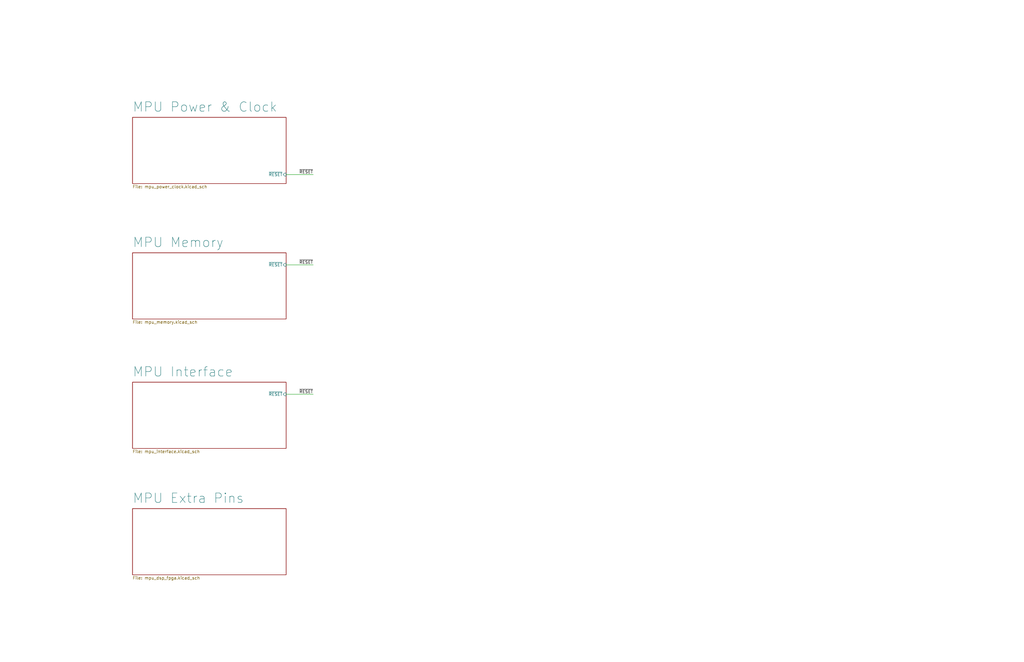
<source format=kicad_sch>
(kicad_sch
	(version 20231120)
	(generator "eeschema")
	(generator_version "8.0")
	(uuid "57c74b80-6e15-4e65-8905-229fd621af6c")
	(paper "B")
	(title_block
		(title "${TITLE}")
		(date "${ISSUE_DATE}")
		(rev "${REVISION}")
		(company "${COMPANY}")
	)
	(lib_symbols)
	(wire
		(pts
			(xy 120.65 166.37) (xy 132.08 166.37)
		)
		(stroke
			(width 0)
			(type default)
		)
		(uuid "616188d4-8681-4374-93d2-4bc2e813f640")
	)
	(wire
		(pts
			(xy 120.65 73.66) (xy 132.08 73.66)
		)
		(stroke
			(width 0)
			(type default)
		)
		(uuid "aa92b628-3708-4ced-9e28-1770b16dac46")
	)
	(wire
		(pts
			(xy 120.65 111.76) (xy 132.08 111.76)
		)
		(stroke
			(width 0)
			(type default)
		)
		(uuid "d44ffa71-06e2-454a-8db8-45ec6896957b")
	)
	(label "~{RESET}"
		(at 132.08 166.37 180)
		(fields_autoplaced yes)
		(effects
			(font
				(size 1.27 1.27)
			)
			(justify right bottom)
		)
		(uuid "8f9ea910-26d0-4269-aae4-5be72b3e0698")
	)
	(label "~{RESET}"
		(at 132.08 73.66 180)
		(fields_autoplaced yes)
		(effects
			(font
				(size 1.27 1.27)
			)
			(justify right bottom)
		)
		(uuid "95cc9f5d-51b3-4442-a22b-c0635c935f17")
	)
	(label "~{RESET}"
		(at 132.08 111.76 180)
		(fields_autoplaced yes)
		(effects
			(font
				(size 1.27 1.27)
			)
			(justify right bottom)
		)
		(uuid "bbc1831a-4708-4325-970c-9d8ce91a1086")
	)
	(sheet
		(at 55.88 49.53)
		(size 64.77 27.94)
		(fields_autoplaced yes)
		(stroke
			(width 0.1524)
			(type solid)
		)
		(fill
			(color 0 0 0 0.0000)
		)
		(uuid "21c5c1ee-1557-44dc-8180-6d64945a60b1")
		(property "Sheetname" "MPU Power & Clock"
			(at 55.88 47.4534 0)
			(effects
				(font
					(size 4 4)
				)
				(justify left bottom)
			)
		)
		(property "Sheetfile" "mpu_power_clock.kicad_sch"
			(at 55.88 78.0546 0)
			(effects
				(font
					(size 1.27 1.27)
				)
				(justify left top)
			)
		)
		(pin "~{RESET}" input
			(at 120.65 73.66 0)
			(effects
				(font
					(size 1.27 1.27)
				)
				(justify right)
			)
			(uuid "46fd8999-7795-4d06-b63a-004b19a9adc5")
		)
		(instances
			(project "mb"
				(path "/57c74b80-6e15-4e65-8905-229fd621af6c"
					(page "2")
				)
			)
		)
	)
	(sheet
		(at 55.88 214.63)
		(size 64.77 27.94)
		(fields_autoplaced yes)
		(stroke
			(width 0.1524)
			(type solid)
		)
		(fill
			(color 0 0 0 0.0000)
		)
		(uuid "2ea9f45e-681a-41b9-b01f-eaa4046fa2d4")
		(property "Sheetname" "MPU Extra Pins"
			(at 55.88 212.5534 0)
			(effects
				(font
					(size 4 4)
				)
				(justify left bottom)
			)
		)
		(property "Sheetfile" "mpu_dsp_fpga.kicad_sch"
			(at 55.88 243.1546 0)
			(effects
				(font
					(size 1.27 1.27)
				)
				(justify left top)
			)
		)
		(instances
			(project "mb"
				(path "/57c74b80-6e15-4e65-8905-229fd621af6c"
					(page "5")
				)
			)
		)
	)
	(sheet
		(at 55.88 161.29)
		(size 64.77 27.94)
		(fields_autoplaced yes)
		(stroke
			(width 0.1524)
			(type solid)
		)
		(fill
			(color 0 0 0 0.0000)
		)
		(uuid "f184e547-9be5-43fa-a491-5df0f7f4952e")
		(property "Sheetname" "MPU Interface"
			(at 55.88 159.2134 0)
			(effects
				(font
					(size 4 4)
				)
				(justify left bottom)
			)
		)
		(property "Sheetfile" "mpu_interface.kicad_sch"
			(at 55.88 189.8146 0)
			(effects
				(font
					(size 1.27 1.27)
				)
				(justify left top)
			)
		)
		(pin "~{RESET}" input
			(at 120.65 166.37 0)
			(effects
				(font
					(size 1.27 1.27)
				)
				(justify right)
			)
			(uuid "5f674e41-4273-4b03-b251-dcd915a2db3c")
		)
		(instances
			(project "mb"
				(path "/57c74b80-6e15-4e65-8905-229fd621af6c"
					(page "4")
				)
			)
		)
	)
	(sheet
		(at 55.88 106.68)
		(size 64.77 27.94)
		(fields_autoplaced yes)
		(stroke
			(width 0.1524)
			(type solid)
		)
		(fill
			(color 0 0 0 0.0000)
		)
		(uuid "f849163e-ea58-445f-8ac4-89fd539c0457")
		(property "Sheetname" "MPU Memory"
			(at 55.88 104.6034 0)
			(effects
				(font
					(size 4 4)
				)
				(justify left bottom)
			)
		)
		(property "Sheetfile" "mpu_memory.kicad_sch"
			(at 55.88 135.2046 0)
			(effects
				(font
					(size 1.27 1.27)
				)
				(justify left top)
			)
		)
		(pin "~{RESET}" input
			(at 120.65 111.76 0)
			(effects
				(font
					(size 1.27 1.27)
				)
				(justify right)
			)
			(uuid "35292d31-1f54-439f-9274-ee56bc554c04")
		)
		(instances
			(project "mb"
				(path "/57c74b80-6e15-4e65-8905-229fd621af6c"
					(page "3")
				)
			)
		)
	)
	(sheet_instances
		(path "/"
			(page "1")
		)
	)
)
</source>
